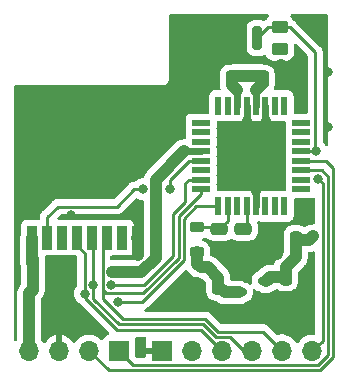
<source format=gbr>
G04 #@! TF.GenerationSoftware,KiCad,Pcbnew,(6.0.11)*
G04 #@! TF.CreationDate,2023-02-14T01:06:36+01:00*
G04 #@! TF.ProjectId,atmega328p-au--e01c-ml01s--bme280--cr2032,61746d65-6761-4333-9238-702d61752d2d,rev?*
G04 #@! TF.SameCoordinates,Original*
G04 #@! TF.FileFunction,Copper,L1,Top*
G04 #@! TF.FilePolarity,Positive*
%FSLAX46Y46*%
G04 Gerber Fmt 4.6, Leading zero omitted, Abs format (unit mm)*
G04 Created by KiCad (PCBNEW (6.0.11)) date 2023-02-14 01:06:36*
%MOMM*%
%LPD*%
G01*
G04 APERTURE LIST*
G04 Aperture macros list*
%AMRoundRect*
0 Rectangle with rounded corners*
0 $1 Rounding radius*
0 $2 $3 $4 $5 $6 $7 $8 $9 X,Y pos of 4 corners*
0 Add a 4 corners polygon primitive as box body*
4,1,4,$2,$3,$4,$5,$6,$7,$8,$9,$2,$3,0*
0 Add four circle primitives for the rounded corners*
1,1,$1+$1,$2,$3*
1,1,$1+$1,$4,$5*
1,1,$1+$1,$6,$7*
1,1,$1+$1,$8,$9*
0 Add four rect primitives between the rounded corners*
20,1,$1+$1,$2,$3,$4,$5,0*
20,1,$1+$1,$4,$5,$6,$7,0*
20,1,$1+$1,$6,$7,$8,$9,0*
20,1,$1+$1,$8,$9,$2,$3,0*%
G04 Aperture macros list end*
G04 #@! TA.AperFunction,NonConductor*
%ADD10C,0.000000*%
G04 #@! TD*
G04 #@! TA.AperFunction,SMDPad,CuDef*
%ADD11RoundRect,0.250000X-0.250000X-0.475000X0.250000X-0.475000X0.250000X0.475000X-0.250000X0.475000X0*%
G04 #@! TD*
G04 #@! TA.AperFunction,SMDPad,CuDef*
%ADD12RoundRect,0.250000X0.250000X0.475000X-0.250000X0.475000X-0.250000X-0.475000X0.250000X-0.475000X0*%
G04 #@! TD*
G04 #@! TA.AperFunction,SMDPad,CuDef*
%ADD13RoundRect,0.150000X0.512500X0.150000X-0.512500X0.150000X-0.512500X-0.150000X0.512500X-0.150000X0*%
G04 #@! TD*
G04 #@! TA.AperFunction,SMDPad,CuDef*
%ADD14RoundRect,0.218750X0.381250X-0.218750X0.381250X0.218750X-0.381250X0.218750X-0.381250X-0.218750X0*%
G04 #@! TD*
G04 #@! TA.AperFunction,SMDPad,CuDef*
%ADD15RoundRect,0.250000X-0.475000X0.250000X-0.475000X-0.250000X0.475000X-0.250000X0.475000X0.250000X0*%
G04 #@! TD*
G04 #@! TA.AperFunction,SMDPad,CuDef*
%ADD16R,0.900000X2.000000*%
G04 #@! TD*
G04 #@! TA.AperFunction,ComponentPad*
%ADD17R,1.700000X1.700000*%
G04 #@! TD*
G04 #@! TA.AperFunction,ComponentPad*
%ADD18O,1.700000X1.700000*%
G04 #@! TD*
G04 #@! TA.AperFunction,SMDPad,CuDef*
%ADD19RoundRect,0.200000X0.200000X0.800000X-0.200000X0.800000X-0.200000X-0.800000X0.200000X-0.800000X0*%
G04 #@! TD*
G04 #@! TA.AperFunction,SMDPad,CuDef*
%ADD20R,0.550000X1.600000*%
G04 #@! TD*
G04 #@! TA.AperFunction,SMDPad,CuDef*
%ADD21R,1.600000X0.550000*%
G04 #@! TD*
G04 #@! TA.AperFunction,SMDPad,CuDef*
%ADD22RoundRect,0.250000X0.450000X-0.262500X0.450000X0.262500X-0.450000X0.262500X-0.450000X-0.262500X0*%
G04 #@! TD*
G04 #@! TA.AperFunction,ViaPad*
%ADD23C,0.800000*%
G04 #@! TD*
G04 #@! TA.AperFunction,ViaPad*
%ADD24C,1.000000*%
G04 #@! TD*
G04 #@! TA.AperFunction,Conductor*
%ADD25C,0.250000*%
G04 #@! TD*
G04 #@! TA.AperFunction,Conductor*
%ADD26C,1.000000*%
G04 #@! TD*
G04 #@! TA.AperFunction,Conductor*
%ADD27C,0.600000*%
G04 #@! TD*
G04 APERTURE END LIST*
D10*
D11*
X111023000Y-85095000D03*
X112923000Y-85095000D03*
D12*
X120523000Y-84295000D03*
X118623000Y-84295000D03*
D13*
X116923000Y-86595000D03*
X116923000Y-84695000D03*
X114648000Y-85645000D03*
D14*
X111123000Y-80132500D03*
X111123000Y-82257500D03*
D15*
X113023000Y-82145000D03*
X113023000Y-80245000D03*
X115023000Y-82145000D03*
X115023000Y-80245000D03*
D12*
X114073000Y-67595000D03*
X112173000Y-67595000D03*
D16*
X106063000Y-80995000D03*
X104793000Y-80995000D03*
X103523000Y-80995000D03*
X102253000Y-80995000D03*
X100983000Y-80995000D03*
X99713000Y-80995000D03*
X98443000Y-80995000D03*
X97173000Y-80995000D03*
D17*
X104523000Y-90595000D03*
D18*
X101983000Y-90595000D03*
X99443000Y-90595000D03*
X96903000Y-90595000D03*
D11*
X119473000Y-81195000D03*
X117573000Y-81195000D03*
D12*
X97217214Y-83215336D03*
X99117214Y-83215336D03*
D19*
X116223000Y-64095000D03*
X112023000Y-64095000D03*
D18*
X120865733Y-90595000D03*
X118325733Y-90595000D03*
X115785733Y-90595000D03*
X113245733Y-90595000D03*
X110705733Y-90595000D03*
D17*
X108165733Y-90595000D03*
D11*
X116673000Y-67595000D03*
X118573000Y-67595000D03*
D20*
X118512733Y-69845000D03*
X117712733Y-69845000D03*
X116912733Y-69845000D03*
X116112733Y-69845000D03*
X115312733Y-69845000D03*
X114512733Y-69845000D03*
X113712733Y-69845000D03*
X112912733Y-69845000D03*
D21*
X111462733Y-71295000D03*
X111462733Y-72095000D03*
X111462733Y-72895000D03*
X111462733Y-73695000D03*
X111462733Y-74495000D03*
X111462733Y-75295000D03*
X111462733Y-76095000D03*
X111462733Y-76895000D03*
D20*
X112912733Y-78345000D03*
X113712733Y-78345000D03*
X114512733Y-78345000D03*
X115312733Y-78345000D03*
X116112733Y-78345000D03*
X116912733Y-78345000D03*
X117712733Y-78345000D03*
X118512733Y-78345000D03*
D21*
X119962733Y-76895000D03*
X119962733Y-76095000D03*
X119962733Y-75295000D03*
X119962733Y-74495000D03*
X119962733Y-73695000D03*
X119962733Y-72895000D03*
X119962733Y-72095000D03*
X119962733Y-71295000D03*
D22*
X118123000Y-65007500D03*
X118123000Y-63182500D03*
D23*
X106523500Y-76895000D03*
X108823500Y-76895000D03*
X121523000Y-62595000D03*
X122223000Y-66995000D03*
X122223000Y-71595000D03*
X96623000Y-79095000D03*
X100423000Y-79095000D03*
X99823000Y-76795000D03*
X98623000Y-76795000D03*
X97323000Y-76795000D03*
X104423000Y-86444500D03*
X101598500Y-85759544D03*
D24*
X97217214Y-85400786D03*
X103947500Y-83895000D03*
D23*
X102323000Y-84995000D03*
X103847500Y-84995000D03*
X121223000Y-73695000D03*
X121362235Y-76019500D03*
D24*
X115323000Y-67295000D03*
X111123000Y-83195000D03*
X112523000Y-62595000D03*
X118223000Y-66395000D03*
X112523000Y-66295000D03*
X113823000Y-83095000D03*
X117923000Y-82395000D03*
X116423000Y-81695000D03*
X120923000Y-80895000D03*
X120523000Y-85495000D03*
X111023000Y-86295000D03*
X116123000Y-76995000D03*
X116923000Y-71195000D03*
X115323000Y-71195000D03*
X106123000Y-82495000D03*
X118123000Y-86595000D03*
X99017214Y-84515336D03*
D25*
X104348000Y-78370000D02*
X99348000Y-78370000D01*
X111462733Y-74495000D02*
X110412733Y-74495000D01*
X110412733Y-74495000D02*
X108823500Y-76084233D01*
X108823500Y-76084233D02*
X108823500Y-76895000D01*
X106523500Y-76895000D02*
X105823000Y-76895000D01*
X105823000Y-76895000D02*
X104348000Y-78370000D01*
X99348000Y-78370000D02*
X98443000Y-79275000D01*
X98443000Y-79275000D02*
X98443000Y-80995000D01*
D26*
X103947500Y-83895000D02*
X106420056Y-83895000D01*
X106420056Y-83895000D02*
X107623000Y-82692056D01*
X107623000Y-82692056D02*
X107623000Y-76095000D01*
X107623000Y-76095000D02*
X110023000Y-73695000D01*
D25*
X104423000Y-86444500D02*
X106473500Y-86444500D01*
X106473500Y-86444500D02*
X110023000Y-82895000D01*
X110023000Y-79395000D02*
X111073000Y-78345000D01*
X110023000Y-82895000D02*
X110023000Y-79395000D01*
X111073000Y-78345000D02*
X112912733Y-78345000D01*
X111462733Y-76895000D02*
X111462733Y-77318871D01*
X106561604Y-85720000D02*
X103448000Y-85720000D01*
X111462733Y-77318871D02*
X109573000Y-79208604D01*
X103122500Y-81395500D02*
X103523000Y-80995000D01*
X109573000Y-79208604D02*
X109573000Y-82708604D01*
X103448000Y-85720000D02*
X103122500Y-85394500D01*
X109573000Y-82708604D02*
X106561604Y-85720000D01*
X103122500Y-85394500D02*
X103122500Y-81395500D01*
X106650208Y-84995000D02*
X109123000Y-82522208D01*
X110412733Y-76095000D02*
X111462733Y-76095000D01*
X103847500Y-84995000D02*
X106650208Y-84995000D01*
X109123000Y-82522208D02*
X109123000Y-79022208D01*
X110136604Y-78008604D02*
X110136604Y-76371129D01*
X109123000Y-79022208D02*
X110136604Y-78008604D01*
X110136604Y-76371129D02*
X110412733Y-76095000D01*
X113245733Y-90595000D02*
X111445733Y-88795000D01*
X111445733Y-88795000D02*
X104311202Y-88795000D01*
X104311202Y-88795000D02*
X101598000Y-86081798D01*
X101598000Y-86081798D02*
X101598000Y-82295000D01*
X100983000Y-81680000D02*
X100983000Y-80995000D01*
X101598000Y-82295000D02*
X100983000Y-81680000D01*
X118325733Y-90595000D02*
X116700733Y-88970000D01*
X116700733Y-88970000D02*
X112893525Y-88970000D01*
X112893525Y-88970000D02*
X111818525Y-87895000D01*
X111818525Y-87895000D02*
X104822195Y-87895000D01*
X104822195Y-87895000D02*
X103123000Y-86195805D01*
X103123000Y-86195805D02*
X103123000Y-84095000D01*
X115785733Y-90595000D02*
X115123000Y-90595000D01*
X111632129Y-88345000D02*
X104497598Y-88345000D01*
X115123000Y-90595000D02*
X113948000Y-89420000D01*
X113948000Y-89420000D02*
X112707129Y-89420000D01*
X104497598Y-88345000D02*
X102323000Y-86170402D01*
X112707129Y-89420000D02*
X111632129Y-88345000D01*
X102323000Y-86170402D02*
X102323000Y-84995000D01*
X104523000Y-90595000D02*
X105723000Y-91795000D01*
X105723000Y-91795000D02*
X121327434Y-91795000D01*
X121327434Y-91795000D02*
X122198000Y-90924434D01*
X122198000Y-90924434D02*
X122198000Y-75829960D01*
X122198000Y-75829960D02*
X121663040Y-75295000D01*
X121663040Y-75295000D02*
X119962733Y-75295000D01*
X121362235Y-76019500D02*
X121748000Y-76405265D01*
X121748000Y-89712733D02*
X120865733Y-90595000D01*
X121748000Y-76405265D02*
X121748000Y-89712733D01*
X118123000Y-63182500D02*
X119010500Y-63182500D01*
X119010500Y-63182500D02*
X121123000Y-65295000D01*
X121123000Y-65295000D02*
X121123000Y-73595000D01*
X121123000Y-73595000D02*
X121023000Y-73695000D01*
X121223000Y-73695000D02*
X121023000Y-73695000D01*
X102323000Y-84995000D02*
X102323000Y-82695000D01*
D26*
X106123000Y-81055000D02*
X106063000Y-80995000D01*
X106123000Y-82495000D02*
X106123000Y-81055000D01*
D25*
X102323000Y-82995000D02*
X102323000Y-82695000D01*
X102323000Y-82695000D02*
X102323000Y-81065000D01*
X102323000Y-81065000D02*
X102253000Y-80995000D01*
X101983000Y-90595000D02*
X103633000Y-92245000D01*
X103633000Y-92245000D02*
X121513830Y-92245000D01*
X121513830Y-92245000D02*
X122648000Y-91110830D01*
X122648000Y-91110830D02*
X122648000Y-75120000D01*
X122648000Y-75120000D02*
X122023000Y-74495000D01*
X122023000Y-74495000D02*
X119962733Y-74495000D01*
X118325733Y-89797733D02*
X118325733Y-90595000D01*
D26*
X116673000Y-67595000D02*
X116373000Y-67295000D01*
X116373000Y-67295000D02*
X115323000Y-67295000D01*
X115323000Y-67295000D02*
X114373000Y-67295000D01*
X114373000Y-67295000D02*
X114073000Y-67595000D01*
D27*
X116112733Y-69845000D02*
X116112733Y-68505267D01*
X116112733Y-68505267D02*
X116123000Y-68495000D01*
X114512733Y-69845000D02*
X114512733Y-68505267D01*
X114512733Y-68505267D02*
X114523000Y-68495000D01*
D26*
X116673000Y-67945000D02*
X116123000Y-68495000D01*
X116673000Y-67595000D02*
X116673000Y-67945000D01*
X114073000Y-68045000D02*
X114523000Y-68495000D01*
X114073000Y-67595000D02*
X114073000Y-68045000D01*
D25*
X121023000Y-73695000D02*
X119962733Y-73695000D01*
X116223000Y-64095000D02*
X117135500Y-63182500D01*
X117135500Y-63182500D02*
X118123000Y-63182500D01*
D26*
X112023000Y-63095000D02*
X112523000Y-62595000D01*
X112023000Y-64095000D02*
X112023000Y-63095000D01*
X118573000Y-66745000D02*
X118223000Y-66395000D01*
X118573000Y-67595000D02*
X118573000Y-66745000D01*
X112173000Y-66645000D02*
X112523000Y-66295000D01*
X112173000Y-67595000D02*
X112173000Y-66645000D01*
D27*
X111462733Y-73695000D02*
X110023000Y-73695000D01*
D26*
X97217214Y-83215336D02*
X97217214Y-85400786D01*
X97217214Y-85400786D02*
X96903000Y-85715000D01*
X96903000Y-85715000D02*
X96903000Y-90595000D01*
X113023000Y-82145000D02*
X115023000Y-82145000D01*
X113023000Y-82295000D02*
X113823000Y-83095000D01*
X113023000Y-82145000D02*
X113023000Y-82295000D01*
X117573000Y-82045000D02*
X117923000Y-82395000D01*
X117573000Y-81195000D02*
X117573000Y-82045000D01*
X115973000Y-82145000D02*
X116423000Y-81695000D01*
X115023000Y-82145000D02*
X115973000Y-82145000D01*
D25*
X115312733Y-78345000D02*
X115312733Y-79955267D01*
X115312733Y-79955267D02*
X115023000Y-80245000D01*
X113712733Y-78345000D02*
X113712733Y-79555267D01*
X113712733Y-79555267D02*
X113023000Y-80245000D01*
X111123000Y-80132500D02*
X112910500Y-80132500D01*
X112910500Y-80132500D02*
X113023000Y-80245000D01*
D26*
X112923000Y-85095000D02*
X112923000Y-84395000D01*
X112923000Y-84395000D02*
X112023000Y-83495000D01*
X112023000Y-83495000D02*
X111423000Y-83495000D01*
X111423000Y-83495000D02*
X111123000Y-83195000D01*
X111123000Y-83195000D02*
X111123000Y-82257500D01*
X119473000Y-81195000D02*
X119473000Y-82645000D01*
X119473000Y-82645000D02*
X118623000Y-83495000D01*
X118623000Y-83495000D02*
X118623000Y-84295000D01*
X120623000Y-81195000D02*
X120923000Y-80895000D01*
X119473000Y-81195000D02*
X120623000Y-81195000D01*
X120523000Y-84295000D02*
X120523000Y-85495000D01*
X111023000Y-85095000D02*
X111023000Y-86295000D01*
D27*
X116112733Y-77005267D02*
X116123000Y-76995000D01*
X116112733Y-78345000D02*
X116112733Y-77005267D01*
X116912733Y-71184733D02*
X116923000Y-71195000D01*
X116912733Y-69845000D02*
X116912733Y-71184733D01*
X115312733Y-71184733D02*
X115323000Y-71195000D01*
X115312733Y-69845000D02*
X115312733Y-71184733D01*
D26*
X116923000Y-86595000D02*
X118123000Y-86595000D01*
X114648000Y-85645000D02*
X113473000Y-85645000D01*
X113473000Y-85645000D02*
X112923000Y-85095000D01*
X118623000Y-84295000D02*
X117323000Y-84295000D01*
X117323000Y-84295000D02*
X116923000Y-84695000D01*
X99117214Y-84415336D02*
X99017214Y-84515336D01*
X99117214Y-83215336D02*
X99117214Y-84415336D01*
X97173000Y-80995000D02*
X97173000Y-83171122D01*
X97173000Y-83171122D02*
X97217214Y-83215336D01*
G04 #@! TA.AperFunction,Conductor*
G36*
X106778139Y-89448502D02*
G01*
X106824632Y-89502158D01*
X106834736Y-89572432D01*
X106828000Y-89598728D01*
X106817256Y-89627388D01*
X106813628Y-89642649D01*
X106808102Y-89693514D01*
X106807733Y-89700328D01*
X106807733Y-90322885D01*
X106812208Y-90338124D01*
X106813598Y-90339329D01*
X106821281Y-90341000D01*
X108293733Y-90341000D01*
X108361854Y-90361002D01*
X108408347Y-90414658D01*
X108419733Y-90467000D01*
X108419733Y-90723000D01*
X108399731Y-90791121D01*
X108346075Y-90837614D01*
X108293733Y-90849000D01*
X106825849Y-90849000D01*
X106810610Y-90853475D01*
X106809405Y-90854865D01*
X106807734Y-90862548D01*
X106807734Y-91035500D01*
X106787732Y-91103621D01*
X106734076Y-91150114D01*
X106681734Y-91161500D01*
X106037595Y-91161500D01*
X105969474Y-91141498D01*
X105948500Y-91124595D01*
X105918405Y-91094500D01*
X105884379Y-91032188D01*
X105881500Y-91005405D01*
X105881500Y-89696866D01*
X105874745Y-89634684D01*
X105861266Y-89598728D01*
X105856083Y-89527924D01*
X105890003Y-89465554D01*
X105952258Y-89431425D01*
X105979248Y-89428500D01*
X106710018Y-89428500D01*
X106778139Y-89448502D01*
G37*
G04 #@! TD.AperFunction*
G04 #@! TA.AperFunction,Conductor*
G36*
X100392224Y-82485326D02*
G01*
X100422684Y-82496745D01*
X100484866Y-82503500D01*
X100838500Y-82503500D01*
X100906621Y-82523502D01*
X100953114Y-82577158D01*
X100964500Y-82629500D01*
X100964500Y-85057575D01*
X100944498Y-85125696D01*
X100932136Y-85141885D01*
X100859460Y-85222600D01*
X100803107Y-85320206D01*
X100776372Y-85366513D01*
X100763973Y-85387988D01*
X100704958Y-85569616D01*
X100704268Y-85576177D01*
X100704268Y-85576179D01*
X100692818Y-85685122D01*
X100684996Y-85759544D01*
X100685686Y-85766109D01*
X100695453Y-85859033D01*
X100704958Y-85949472D01*
X100763973Y-86131100D01*
X100859460Y-86296488D01*
X100863878Y-86301395D01*
X100863879Y-86301396D01*
X100943301Y-86389603D01*
X100987247Y-86438410D01*
X101086343Y-86510408D01*
X101115099Y-86531300D01*
X101141748Y-86550662D01*
X101147781Y-86553348D01*
X101147786Y-86553351D01*
X101173073Y-86564610D01*
X101210919Y-86590621D01*
X103648114Y-89027817D01*
X103682140Y-89090129D01*
X103677075Y-89160945D01*
X103634528Y-89217780D01*
X103578090Y-89240021D01*
X103578222Y-89240575D01*
X103574347Y-89241496D01*
X103572625Y-89242175D01*
X103570541Y-89242401D01*
X103570537Y-89242402D01*
X103562684Y-89243255D01*
X103426295Y-89294385D01*
X103309739Y-89381739D01*
X103222385Y-89498295D01*
X103219233Y-89506703D01*
X103177919Y-89616907D01*
X103135277Y-89673671D01*
X103068716Y-89698371D01*
X102999367Y-89683163D01*
X102966743Y-89657476D01*
X102916151Y-89601875D01*
X102916142Y-89601866D01*
X102912670Y-89598051D01*
X102908619Y-89594852D01*
X102908615Y-89594848D01*
X102741414Y-89462800D01*
X102741410Y-89462798D01*
X102737359Y-89459598D01*
X102701028Y-89439542D01*
X102681025Y-89428500D01*
X102541789Y-89351638D01*
X102536920Y-89349914D01*
X102536916Y-89349912D01*
X102336087Y-89278795D01*
X102336083Y-89278794D01*
X102331212Y-89277069D01*
X102326119Y-89276162D01*
X102326116Y-89276161D01*
X102116373Y-89238800D01*
X102116367Y-89238799D01*
X102111284Y-89237894D01*
X102037452Y-89236992D01*
X101893081Y-89235228D01*
X101893079Y-89235228D01*
X101887911Y-89235165D01*
X101667091Y-89268955D01*
X101454756Y-89338357D01*
X101256607Y-89441507D01*
X101252474Y-89444610D01*
X101252471Y-89444612D01*
X101141510Y-89527924D01*
X101077965Y-89575635D01*
X101052541Y-89602240D01*
X100939594Y-89720432D01*
X100923629Y-89737138D01*
X100920720Y-89741403D01*
X100920714Y-89741411D01*
X100903004Y-89767373D01*
X100816204Y-89894618D01*
X100815898Y-89895066D01*
X100760987Y-89940069D01*
X100690462Y-89948240D01*
X100626715Y-89916986D01*
X100606018Y-89892502D01*
X100525426Y-89767926D01*
X100519136Y-89759757D01*
X100375806Y-89602240D01*
X100368273Y-89595215D01*
X100201139Y-89463222D01*
X100192552Y-89457517D01*
X100006117Y-89354599D01*
X99996705Y-89350369D01*
X99795959Y-89279280D01*
X99785988Y-89276646D01*
X99714837Y-89263972D01*
X99701540Y-89265432D01*
X99697000Y-89279989D01*
X99697000Y-90723000D01*
X99676998Y-90791121D01*
X99623342Y-90837614D01*
X99571000Y-90849000D01*
X99315000Y-90849000D01*
X99246879Y-90828998D01*
X99200386Y-90775342D01*
X99189000Y-90723000D01*
X99189000Y-89278102D01*
X99185082Y-89264758D01*
X99170806Y-89262771D01*
X99132324Y-89268660D01*
X99122288Y-89271051D01*
X98919868Y-89337212D01*
X98910359Y-89341209D01*
X98721463Y-89439542D01*
X98712738Y-89445036D01*
X98542433Y-89572905D01*
X98534726Y-89579748D01*
X98387590Y-89733717D01*
X98381109Y-89741722D01*
X98276498Y-89895074D01*
X98221587Y-89940076D01*
X98151062Y-89948247D01*
X98087315Y-89916993D01*
X98066618Y-89892509D01*
X98057568Y-89878520D01*
X97983014Y-89763277D01*
X97979532Y-89759450D01*
X97944306Y-89720737D01*
X97913254Y-89656891D01*
X97911500Y-89635938D01*
X97911500Y-86188243D01*
X97931502Y-86120122D01*
X97940978Y-86107253D01*
X97958504Y-86086366D01*
X97961687Y-86082717D01*
X97963340Y-86080894D01*
X97965523Y-86078711D01*
X97987773Y-86051624D01*
X97989691Y-86049345D01*
X98045292Y-85984931D01*
X98048251Y-85979722D01*
X98048408Y-85979493D01*
X98049407Y-85978055D01*
X98049506Y-85977914D01*
X98053368Y-85973312D01*
X98055936Y-85968642D01*
X98059317Y-85964525D01*
X98099494Y-85889594D01*
X98100979Y-85886905D01*
X98117281Y-85858208D01*
X98142983Y-85812965D01*
X98144882Y-85807256D01*
X98144934Y-85807134D01*
X98145637Y-85805525D01*
X98145758Y-85805254D01*
X98148647Y-85799999D01*
X98150258Y-85794921D01*
X98152777Y-85790223D01*
X98154577Y-85784336D01*
X98154579Y-85784331D01*
X98177635Y-85708919D01*
X98178570Y-85705988D01*
X98203469Y-85631138D01*
X98203470Y-85631135D01*
X98205411Y-85625299D01*
X98206165Y-85619337D01*
X98206204Y-85619152D01*
X98206580Y-85617443D01*
X98206636Y-85617198D01*
X98208449Y-85611480D01*
X98209042Y-85606189D01*
X98210602Y-85601088D01*
X98214437Y-85563338D01*
X98219197Y-85516466D01*
X98219546Y-85513406D01*
X98223624Y-85481127D01*
X98230199Y-85429081D01*
X98230395Y-85415051D01*
X98230486Y-85408564D01*
X98230486Y-85408562D01*
X98230538Y-85404818D01*
X98230588Y-85404323D01*
X98230550Y-85403923D01*
X98230594Y-85400786D01*
X98226315Y-85357146D01*
X98225714Y-85344850D01*
X98225714Y-83277179D01*
X98226451Y-83263572D01*
X98229873Y-83232074D01*
X98229873Y-83232069D01*
X98230538Y-83225948D01*
X98226193Y-83176283D01*
X98225714Y-83165302D01*
X98225714Y-82689936D01*
X98225378Y-82686693D01*
X98225377Y-82686683D01*
X98220793Y-82642503D01*
X98233658Y-82572681D01*
X98282230Y-82520900D01*
X98346120Y-82503500D01*
X98941134Y-82503500D01*
X99003316Y-82496745D01*
X99033771Y-82485328D01*
X99104577Y-82480145D01*
X99122224Y-82485326D01*
X99152684Y-82496745D01*
X99214866Y-82503500D01*
X100211134Y-82503500D01*
X100273316Y-82496745D01*
X100303771Y-82485328D01*
X100374577Y-82480145D01*
X100392224Y-82485326D01*
G37*
G04 #@! TD.AperFunction*
G04 #@! TA.AperFunction,Conductor*
G36*
X121024343Y-82149474D02*
G01*
X121083959Y-82188027D01*
X121113268Y-82252692D01*
X121114500Y-82270268D01*
X121114500Y-89111817D01*
X121094498Y-89179938D01*
X121040842Y-89226431D01*
X120986962Y-89237808D01*
X120865382Y-89236322D01*
X120775813Y-89235228D01*
X120775811Y-89235228D01*
X120770644Y-89235165D01*
X120549824Y-89268955D01*
X120337489Y-89338357D01*
X120139340Y-89441507D01*
X120135207Y-89444610D01*
X120135204Y-89444612D01*
X120024243Y-89527924D01*
X119960698Y-89575635D01*
X119935274Y-89602240D01*
X119822327Y-89720432D01*
X119806362Y-89737138D01*
X119698934Y-89894621D01*
X119644026Y-89939621D01*
X119573501Y-89947792D01*
X119509754Y-89916538D01*
X119489057Y-89892054D01*
X119408555Y-89767617D01*
X119408553Y-89767614D01*
X119405747Y-89763277D01*
X119255403Y-89598051D01*
X119251352Y-89594852D01*
X119251348Y-89594848D01*
X119084147Y-89462800D01*
X119084143Y-89462798D01*
X119080092Y-89459598D01*
X119043761Y-89439542D01*
X119019596Y-89426202D01*
X118884522Y-89351638D01*
X118723420Y-89294590D01*
X118685162Y-89272900D01*
X118673985Y-89263653D01*
X118673984Y-89263653D01*
X118667877Y-89258600D01*
X118641828Y-89246342D01*
X118594809Y-89224217D01*
X118523051Y-89190450D01*
X118365827Y-89160458D01*
X118277333Y-89166025D01*
X118213995Y-89170010D01*
X118213993Y-89170010D01*
X118206083Y-89170508D01*
X118198547Y-89172957D01*
X118198545Y-89172957D01*
X118149278Y-89188965D01*
X118053858Y-89219969D01*
X118047170Y-89224213D01*
X118047162Y-89224217D01*
X118012299Y-89246342D01*
X117944065Y-89265955D01*
X117876060Y-89245564D01*
X117855690Y-89229052D01*
X117204385Y-88577747D01*
X117196845Y-88569461D01*
X117192733Y-88562982D01*
X117143081Y-88516356D01*
X117140240Y-88513602D01*
X117120503Y-88493865D01*
X117117306Y-88491385D01*
X117108284Y-88483680D01*
X117081833Y-88458841D01*
X117076054Y-88453414D01*
X117069108Y-88449595D01*
X117069105Y-88449593D01*
X117058299Y-88443652D01*
X117041780Y-88432801D01*
X117041316Y-88432441D01*
X117025774Y-88420386D01*
X117018505Y-88417241D01*
X117018501Y-88417238D01*
X116985196Y-88402826D01*
X116974546Y-88397609D01*
X116935793Y-88376305D01*
X116916170Y-88371267D01*
X116897467Y-88364863D01*
X116886153Y-88359967D01*
X116886152Y-88359967D01*
X116878878Y-88356819D01*
X116871055Y-88355580D01*
X116871045Y-88355577D01*
X116835209Y-88349901D01*
X116823589Y-88347495D01*
X116788444Y-88338472D01*
X116788443Y-88338472D01*
X116780763Y-88336500D01*
X116760509Y-88336500D01*
X116740798Y-88334949D01*
X116728619Y-88333020D01*
X116720790Y-88331780D01*
X116712898Y-88332526D01*
X116676772Y-88335941D01*
X116664914Y-88336500D01*
X113208120Y-88336500D01*
X113139999Y-88316498D01*
X113119024Y-88299595D01*
X112322172Y-87502742D01*
X112314638Y-87494463D01*
X112310525Y-87487982D01*
X112260873Y-87441356D01*
X112258032Y-87438602D01*
X112238295Y-87418865D01*
X112235098Y-87416385D01*
X112226076Y-87408680D01*
X112199625Y-87383841D01*
X112193846Y-87378414D01*
X112186900Y-87374595D01*
X112186897Y-87374593D01*
X112176091Y-87368652D01*
X112159572Y-87357801D01*
X112159108Y-87357441D01*
X112143566Y-87345386D01*
X112136297Y-87342241D01*
X112136293Y-87342238D01*
X112102988Y-87327826D01*
X112092338Y-87322609D01*
X112053585Y-87301305D01*
X112033962Y-87296267D01*
X112015259Y-87289863D01*
X112003945Y-87284967D01*
X112003944Y-87284967D01*
X111996670Y-87281819D01*
X111988847Y-87280580D01*
X111988837Y-87280577D01*
X111953001Y-87274901D01*
X111941381Y-87272495D01*
X111906236Y-87263472D01*
X111906235Y-87263472D01*
X111898555Y-87261500D01*
X111878301Y-87261500D01*
X111858590Y-87259949D01*
X111846411Y-87258020D01*
X111838582Y-87256780D01*
X111830690Y-87257526D01*
X111794564Y-87260941D01*
X111782706Y-87261500D01*
X106797102Y-87261500D01*
X106728981Y-87241498D01*
X106682488Y-87187842D01*
X106672384Y-87117568D01*
X106701878Y-87052988D01*
X106732961Y-87027048D01*
X106744528Y-87020207D01*
X106762276Y-87011512D01*
X106781117Y-87004052D01*
X106816887Y-86978064D01*
X106826807Y-86971548D01*
X106858035Y-86953080D01*
X106858038Y-86953078D01*
X106864862Y-86949042D01*
X106879183Y-86934721D01*
X106894217Y-86921880D01*
X106904194Y-86914631D01*
X106910607Y-86909972D01*
X106938798Y-86875895D01*
X106946788Y-86867116D01*
X110082342Y-83731563D01*
X110144654Y-83697537D01*
X110215470Y-83702602D01*
X110271019Y-83744186D01*
X110271234Y-83744016D01*
X110271451Y-83744290D01*
X110271792Y-83744765D01*
X110271882Y-83744832D01*
X110272290Y-83745347D01*
X110273108Y-83746926D01*
X110276431Y-83751089D01*
X110278934Y-83755796D01*
X110282828Y-83760571D01*
X110282829Y-83760572D01*
X110336439Y-83826304D01*
X110337531Y-83827663D01*
X110394035Y-83898953D01*
X110398613Y-83902849D01*
X110398743Y-83902980D01*
X110399983Y-83904246D01*
X110400139Y-83904407D01*
X110403935Y-83909062D01*
X110424002Y-83925663D01*
X110439258Y-83938284D01*
X110448037Y-83946272D01*
X110666150Y-84164384D01*
X110675252Y-84174527D01*
X110698968Y-84204025D01*
X110703696Y-84207992D01*
X110737421Y-84236291D01*
X110741069Y-84239472D01*
X110742881Y-84241115D01*
X110745075Y-84243309D01*
X110778349Y-84270642D01*
X110779147Y-84271304D01*
X110850474Y-84331154D01*
X110855144Y-84333722D01*
X110859261Y-84337103D01*
X110893775Y-84355609D01*
X110941086Y-84380977D01*
X110942245Y-84381606D01*
X111018381Y-84423462D01*
X111018389Y-84423465D01*
X111023787Y-84426433D01*
X111028869Y-84428045D01*
X111033563Y-84430562D01*
X111122531Y-84457762D01*
X111123559Y-84458082D01*
X111212306Y-84486235D01*
X111217602Y-84486829D01*
X111222698Y-84488387D01*
X111315257Y-84497790D01*
X111316393Y-84497911D01*
X111350008Y-84501681D01*
X111362730Y-84503108D01*
X111362734Y-84503108D01*
X111366227Y-84503500D01*
X111369754Y-84503500D01*
X111370739Y-84503555D01*
X111376419Y-84504002D01*
X111405825Y-84506989D01*
X111413337Y-84507752D01*
X111413339Y-84507752D01*
X111419462Y-84508374D01*
X111465108Y-84504059D01*
X111476967Y-84503500D01*
X111553074Y-84503500D01*
X111621195Y-84523502D01*
X111642169Y-84540404D01*
X111877595Y-84775829D01*
X111911620Y-84838142D01*
X111914500Y-84864925D01*
X111914500Y-85033157D01*
X111913763Y-85046764D01*
X111911109Y-85071200D01*
X111909676Y-85084388D01*
X111910213Y-85090523D01*
X111914021Y-85134053D01*
X111914500Y-85145034D01*
X111914500Y-85620400D01*
X111914837Y-85623646D01*
X111914837Y-85623650D01*
X111923623Y-85708324D01*
X111925474Y-85726166D01*
X111927655Y-85732702D01*
X111927655Y-85732704D01*
X111956220Y-85818324D01*
X111981450Y-85893946D01*
X112074522Y-86044348D01*
X112199697Y-86169305D01*
X112205927Y-86173145D01*
X112205928Y-86173146D01*
X112252425Y-86201807D01*
X112350262Y-86262115D01*
X112430005Y-86288564D01*
X112511611Y-86315632D01*
X112511613Y-86315632D01*
X112518139Y-86317797D01*
X112524975Y-86318497D01*
X112524978Y-86318498D01*
X112568031Y-86322909D01*
X112622600Y-86328500D01*
X112672689Y-86328500D01*
X112740810Y-86348502D01*
X112753672Y-86357972D01*
X112787446Y-86386312D01*
X112791062Y-86389467D01*
X112792888Y-86391123D01*
X112795074Y-86393309D01*
X112797454Y-86395264D01*
X112797464Y-86395273D01*
X112828268Y-86420576D01*
X112829283Y-86421418D01*
X112900474Y-86481154D01*
X112905148Y-86483723D01*
X112909261Y-86487102D01*
X112914698Y-86490017D01*
X112914699Y-86490018D01*
X112991047Y-86530955D01*
X112992177Y-86531568D01*
X113073787Y-86576433D01*
X113078869Y-86578045D01*
X113083563Y-86580562D01*
X113172531Y-86607762D01*
X113173559Y-86608082D01*
X113262306Y-86636235D01*
X113267602Y-86636829D01*
X113272698Y-86638387D01*
X113365222Y-86647785D01*
X113366342Y-86647905D01*
X113399664Y-86651642D01*
X113412730Y-86653108D01*
X113412734Y-86653108D01*
X113416227Y-86653500D01*
X113419754Y-86653500D01*
X113420757Y-86653556D01*
X113426441Y-86654003D01*
X113451857Y-86656585D01*
X113463336Y-86657751D01*
X113463338Y-86657751D01*
X113469462Y-86658373D01*
X113515101Y-86654059D01*
X113526957Y-86653500D01*
X114697769Y-86653500D01*
X114700825Y-86653200D01*
X114700832Y-86653200D01*
X114759340Y-86647463D01*
X114844833Y-86639080D01*
X114850734Y-86637298D01*
X114850736Y-86637298D01*
X114948036Y-86607921D01*
X115034169Y-86581916D01*
X115208796Y-86489066D01*
X115231535Y-86470521D01*
X115276015Y-86447168D01*
X115424101Y-86404145D01*
X115502165Y-86357978D01*
X115560480Y-86323491D01*
X115560483Y-86323489D01*
X115567307Y-86319453D01*
X115684953Y-86201807D01*
X115688989Y-86194983D01*
X115688991Y-86194980D01*
X115765608Y-86065427D01*
X115769645Y-86058601D01*
X115816062Y-85898831D01*
X115816994Y-85886998D01*
X115818807Y-85863958D01*
X115818807Y-85863950D01*
X115819000Y-85861502D01*
X115819000Y-85481127D01*
X115839002Y-85413006D01*
X115892658Y-85366513D01*
X115962932Y-85356409D01*
X116009136Y-85372672D01*
X116146899Y-85454145D01*
X116239773Y-85481127D01*
X116293087Y-85496616D01*
X116338590Y-85520810D01*
X116353396Y-85533146D01*
X116527041Y-85627822D01*
X116612905Y-85654730D01*
X116709886Y-85685122D01*
X116709889Y-85685123D01*
X116715768Y-85686965D01*
X116721891Y-85687630D01*
X116721895Y-85687631D01*
X116906263Y-85707659D01*
X116906267Y-85707659D01*
X116912388Y-85708324D01*
X117109413Y-85691087D01*
X117115330Y-85689368D01*
X117115335Y-85689367D01*
X117246064Y-85651386D01*
X117299336Y-85635909D01*
X117414567Y-85576179D01*
X117469457Y-85547727D01*
X117469458Y-85547726D01*
X117474926Y-85544892D01*
X117505885Y-85520178D01*
X117549338Y-85497655D01*
X117691488Y-85456357D01*
X117691490Y-85456356D01*
X117699101Y-85454145D01*
X117806230Y-85390789D01*
X117875046Y-85373329D01*
X117936485Y-85391982D01*
X118044032Y-85458275D01*
X118050262Y-85462115D01*
X118107582Y-85481127D01*
X118211611Y-85515632D01*
X118211613Y-85515632D01*
X118218139Y-85517797D01*
X118224975Y-85518497D01*
X118224978Y-85518498D01*
X118268031Y-85522909D01*
X118322600Y-85528500D01*
X118923400Y-85528500D01*
X118926646Y-85528163D01*
X118926650Y-85528163D01*
X119022308Y-85518238D01*
X119022312Y-85518237D01*
X119029166Y-85517526D01*
X119035702Y-85515345D01*
X119035704Y-85515345D01*
X119167806Y-85471272D01*
X119196946Y-85461550D01*
X119347348Y-85368478D01*
X119388908Y-85326846D01*
X119467134Y-85248483D01*
X119472305Y-85243303D01*
X119476146Y-85237072D01*
X119561275Y-85098968D01*
X119561276Y-85098966D01*
X119565115Y-85092738D01*
X119620797Y-84924861D01*
X119631500Y-84820400D01*
X119631500Y-84354873D01*
X119632190Y-84341703D01*
X119635711Y-84308204D01*
X119635711Y-84308202D01*
X119636355Y-84302075D01*
X119632019Y-84254430D01*
X119631500Y-84243010D01*
X119631500Y-83964925D01*
X119651502Y-83896804D01*
X119668405Y-83875830D01*
X120142384Y-83401851D01*
X120152527Y-83392749D01*
X120177218Y-83372897D01*
X120182025Y-83369032D01*
X120214315Y-83330550D01*
X120217467Y-83326938D01*
X120219123Y-83325112D01*
X120221310Y-83322925D01*
X120237921Y-83302703D01*
X120248576Y-83289732D01*
X120249418Y-83288717D01*
X120251026Y-83286801D01*
X120309154Y-83217526D01*
X120311723Y-83212853D01*
X120315103Y-83208738D01*
X120332506Y-83176283D01*
X120359028Y-83126820D01*
X120359657Y-83125662D01*
X120401465Y-83049612D01*
X120401465Y-83049611D01*
X120404433Y-83044213D01*
X120406044Y-83039135D01*
X120408563Y-83034437D01*
X120435753Y-82945502D01*
X120436136Y-82944272D01*
X120439863Y-82932525D01*
X120464235Y-82855694D01*
X120464828Y-82850403D01*
X120466388Y-82845302D01*
X120475795Y-82752689D01*
X120475915Y-82751569D01*
X120481500Y-82701773D01*
X120481500Y-82698244D01*
X120481555Y-82697261D01*
X120482004Y-82691556D01*
X120485752Y-82654664D01*
X120485752Y-82654661D01*
X120486374Y-82648537D01*
X120482059Y-82602888D01*
X120481500Y-82591031D01*
X120481500Y-82333678D01*
X120501502Y-82265557D01*
X120555158Y-82219064D01*
X120608040Y-82207852D01*
X120612388Y-82208324D01*
X120618526Y-82207787D01*
X120662388Y-82203950D01*
X120667214Y-82203621D01*
X120669686Y-82203500D01*
X120672769Y-82203500D01*
X120684738Y-82202326D01*
X120715506Y-82199310D01*
X120716819Y-82199188D01*
X120761084Y-82195315D01*
X120809413Y-82191087D01*
X120814532Y-82189600D01*
X120819833Y-82189080D01*
X120908829Y-82162211D01*
X120909968Y-82161874D01*
X120953347Y-82149271D01*
X121024343Y-82149474D01*
G37*
G04 #@! TD.AperFunction*
G04 #@! TA.AperFunction,Conductor*
G36*
X117181390Y-62123502D02*
G01*
X117227883Y-62177158D01*
X117237987Y-62247432D01*
X117208493Y-62312012D01*
X117198606Y-62321476D01*
X117198652Y-62321522D01*
X117073695Y-62446697D01*
X117069857Y-62452924D01*
X117069855Y-62452926D01*
X117031297Y-62515478D01*
X116978525Y-62562971D01*
X116970434Y-62566508D01*
X116946952Y-62575805D01*
X116935591Y-62580303D01*
X116924365Y-62584146D01*
X116881907Y-62596482D01*
X116875081Y-62600519D01*
X116864472Y-62606793D01*
X116846724Y-62615488D01*
X116827883Y-62622948D01*
X116821465Y-62627611D01*
X116814521Y-62631428D01*
X116813323Y-62629249D01*
X116758016Y-62648978D01*
X116713154Y-62643417D01*
X116691944Y-62636770D01*
X116553062Y-62593247D01*
X116479635Y-62586500D01*
X116476737Y-62586500D01*
X116222335Y-62586501D01*
X115966366Y-62586501D01*
X115963508Y-62586764D01*
X115963499Y-62586764D01*
X115927996Y-62590026D01*
X115892938Y-62593247D01*
X115886560Y-62595246D01*
X115886559Y-62595246D01*
X115736550Y-62642256D01*
X115736548Y-62642257D01*
X115729301Y-62644528D01*
X115582619Y-62733361D01*
X115461361Y-62854619D01*
X115372528Y-63001301D01*
X115321247Y-63164938D01*
X115314500Y-63238365D01*
X115314501Y-64951634D01*
X115321247Y-65025062D01*
X115323246Y-65031440D01*
X115323246Y-65031441D01*
X115362377Y-65156306D01*
X115372528Y-65188699D01*
X115461361Y-65335381D01*
X115582619Y-65456639D01*
X115729301Y-65545472D01*
X115736548Y-65547743D01*
X115736550Y-65547744D01*
X115802836Y-65568517D01*
X115892938Y-65596753D01*
X115966365Y-65603500D01*
X115969263Y-65603500D01*
X116223665Y-65603499D01*
X116479634Y-65603499D01*
X116482492Y-65603236D01*
X116482501Y-65603236D01*
X116518004Y-65599974D01*
X116553062Y-65596753D01*
X116597551Y-65582811D01*
X116709450Y-65547744D01*
X116709452Y-65547743D01*
X116716699Y-65545472D01*
X116788608Y-65501923D01*
X116857236Y-65483744D01*
X116924800Y-65505554D01*
X116969846Y-65560430D01*
X116973401Y-65569821D01*
X116981450Y-65593946D01*
X117074522Y-65744348D01*
X117199697Y-65869305D01*
X117205927Y-65873145D01*
X117205928Y-65873146D01*
X117343090Y-65957694D01*
X117350262Y-65962115D01*
X117430005Y-65988564D01*
X117511611Y-66015632D01*
X117511613Y-66015632D01*
X117518139Y-66017797D01*
X117524975Y-66018497D01*
X117524978Y-66018498D01*
X117568031Y-66022909D01*
X117622600Y-66028500D01*
X118623400Y-66028500D01*
X118626646Y-66028163D01*
X118626650Y-66028163D01*
X118722308Y-66018238D01*
X118722312Y-66018237D01*
X118729166Y-66017526D01*
X118735702Y-66015345D01*
X118735704Y-66015345D01*
X118867806Y-65971272D01*
X118896946Y-65961550D01*
X119047348Y-65868478D01*
X119172305Y-65743303D01*
X119265115Y-65592738D01*
X119295237Y-65501923D01*
X119318632Y-65431389D01*
X119318632Y-65431387D01*
X119320797Y-65424861D01*
X119331500Y-65320400D01*
X119331500Y-64703594D01*
X119351502Y-64635473D01*
X119405158Y-64588980D01*
X119475432Y-64578876D01*
X119540012Y-64608370D01*
X119546595Y-64614499D01*
X120452595Y-65520499D01*
X120486621Y-65582811D01*
X120489500Y-65609594D01*
X120489500Y-70385500D01*
X120469498Y-70453621D01*
X120415842Y-70500114D01*
X120363500Y-70511500D01*
X119422233Y-70511500D01*
X119354112Y-70491498D01*
X119307619Y-70437842D01*
X119296233Y-70385500D01*
X119296233Y-68996866D01*
X119289478Y-68934684D01*
X119238348Y-68798295D01*
X119150994Y-68681739D01*
X119034438Y-68594385D01*
X118898049Y-68543255D01*
X118835867Y-68536500D01*
X118189599Y-68536500D01*
X118127417Y-68543255D01*
X118127153Y-68540826D01*
X118098313Y-68540826D01*
X118098049Y-68543255D01*
X118039264Y-68536869D01*
X118035867Y-68536500D01*
X117741974Y-68536500D01*
X117673853Y-68516498D01*
X117627360Y-68462842D01*
X117617256Y-68392568D01*
X117622381Y-68370833D01*
X117668632Y-68231389D01*
X117668632Y-68231387D01*
X117670797Y-68224861D01*
X117681500Y-68120400D01*
X117681500Y-68002896D01*
X117682145Y-67990163D01*
X117685751Y-67954666D01*
X117685751Y-67954661D01*
X117686373Y-67948538D01*
X117682059Y-67902899D01*
X117681500Y-67891043D01*
X117681500Y-67656843D01*
X117682237Y-67643236D01*
X117685659Y-67611738D01*
X117685659Y-67611733D01*
X117686324Y-67605612D01*
X117681979Y-67555947D01*
X117681500Y-67544966D01*
X117681500Y-67069600D01*
X117670526Y-66963834D01*
X117614550Y-66796054D01*
X117521478Y-66645652D01*
X117396303Y-66520695D01*
X117390072Y-66516854D01*
X117251968Y-66431725D01*
X117251966Y-66431724D01*
X117245738Y-66427885D01*
X117085254Y-66374655D01*
X117084389Y-66374368D01*
X117084387Y-66374368D01*
X117077861Y-66372203D01*
X117071025Y-66371503D01*
X117071022Y-66371502D01*
X117027969Y-66367091D01*
X116973400Y-66361500D01*
X116788011Y-66361500D01*
X116751178Y-66355996D01*
X116673469Y-66332238D01*
X116672441Y-66331918D01*
X116583694Y-66303765D01*
X116578398Y-66303171D01*
X116573302Y-66301613D01*
X116480743Y-66292210D01*
X116479607Y-66292089D01*
X116445992Y-66288319D01*
X116433270Y-66286892D01*
X116433266Y-66286892D01*
X116429773Y-66286500D01*
X116426246Y-66286500D01*
X116425261Y-66286445D01*
X116419581Y-66285998D01*
X116390175Y-66283011D01*
X116382663Y-66282248D01*
X116382661Y-66282248D01*
X116376538Y-66281626D01*
X116334259Y-66285623D01*
X116330891Y-66285941D01*
X116319033Y-66286500D01*
X115382873Y-66286500D01*
X115369703Y-66285810D01*
X115336204Y-66282289D01*
X115336202Y-66282289D01*
X115330075Y-66281645D01*
X115282430Y-66285981D01*
X115271010Y-66286500D01*
X114434843Y-66286500D01*
X114421236Y-66285763D01*
X114389738Y-66282341D01*
X114389733Y-66282341D01*
X114383612Y-66281676D01*
X114357362Y-66283973D01*
X114333612Y-66286050D01*
X114328786Y-66286379D01*
X114326314Y-66286500D01*
X114323231Y-66286500D01*
X114311262Y-66287674D01*
X114280494Y-66290690D01*
X114279181Y-66290812D01*
X114234916Y-66294685D01*
X114186587Y-66298913D01*
X114181468Y-66300400D01*
X114176167Y-66300920D01*
X114087166Y-66327791D01*
X114086033Y-66328126D01*
X114041881Y-66340954D01*
X113996664Y-66354091D01*
X113996521Y-66353599D01*
X113955495Y-66361500D01*
X113772600Y-66361500D01*
X113769354Y-66361837D01*
X113769350Y-66361837D01*
X113673692Y-66371762D01*
X113673688Y-66371763D01*
X113666834Y-66372474D01*
X113660298Y-66374655D01*
X113660296Y-66374655D01*
X113528194Y-66418728D01*
X113499054Y-66428450D01*
X113348652Y-66521522D01*
X113223695Y-66646697D01*
X113130885Y-66797262D01*
X113075203Y-66965139D01*
X113064500Y-67069600D01*
X113064500Y-67537096D01*
X113063855Y-67549829D01*
X113063234Y-67555947D01*
X113059626Y-67591462D01*
X113060206Y-67597593D01*
X113063941Y-67637109D01*
X113064500Y-67648967D01*
X113064500Y-67983157D01*
X113063763Y-67996764D01*
X113060393Y-68027792D01*
X113059676Y-68034388D01*
X113060213Y-68040523D01*
X113064021Y-68084053D01*
X113064500Y-68095034D01*
X113064500Y-68120400D01*
X113075474Y-68226166D01*
X113076802Y-68230147D01*
X113076913Y-68231413D01*
X113078400Y-68236532D01*
X113078920Y-68241833D01*
X113105789Y-68330829D01*
X113106126Y-68331968D01*
X113118729Y-68375347D01*
X113118526Y-68446343D01*
X113079973Y-68505959D01*
X113015308Y-68535268D01*
X112997732Y-68536500D01*
X112589599Y-68536500D01*
X112527417Y-68543255D01*
X112391028Y-68594385D01*
X112274472Y-68681739D01*
X112187118Y-68798295D01*
X112135988Y-68934684D01*
X112129233Y-68996866D01*
X112129233Y-70385500D01*
X112109231Y-70453621D01*
X112055575Y-70500114D01*
X112003233Y-70511500D01*
X110614599Y-70511500D01*
X110552417Y-70518255D01*
X110416028Y-70569385D01*
X110299472Y-70656739D01*
X110212118Y-70773295D01*
X110160988Y-70909684D01*
X110154233Y-70971866D01*
X110154233Y-71618134D01*
X110154602Y-71621531D01*
X110160988Y-71680316D01*
X110158559Y-71680580D01*
X110158559Y-71709420D01*
X110160988Y-71709684D01*
X110154233Y-71771866D01*
X110154233Y-72418134D01*
X110154602Y-72421531D01*
X110160988Y-72480316D01*
X110158559Y-72480580D01*
X110158559Y-72509420D01*
X110160988Y-72509684D01*
X110154454Y-72569831D01*
X110127212Y-72635393D01*
X110068849Y-72675819D01*
X110033581Y-72681324D01*
X110033612Y-72681675D01*
X109836587Y-72698913D01*
X109646664Y-72754091D01*
X109471074Y-72845108D01*
X109466255Y-72848955D01*
X109408021Y-72895443D01*
X109350028Y-72941738D01*
X106953621Y-75338145D01*
X106943478Y-75347247D01*
X106913975Y-75370968D01*
X106910008Y-75375696D01*
X106881709Y-75409421D01*
X106878528Y-75413069D01*
X106876885Y-75414881D01*
X106874691Y-75417075D01*
X106847358Y-75450349D01*
X106846696Y-75451147D01*
X106786846Y-75522474D01*
X106784278Y-75527144D01*
X106780897Y-75531261D01*
X106749860Y-75589145D01*
X106737023Y-75613086D01*
X106736394Y-75614245D01*
X106694538Y-75690381D01*
X106694535Y-75690389D01*
X106691567Y-75695787D01*
X106689955Y-75700869D01*
X106687438Y-75705563D01*
X106660238Y-75794531D01*
X106659918Y-75795559D01*
X106631765Y-75884306D01*
X106631329Y-75888190D01*
X106629822Y-75894016D01*
X106629601Y-75894738D01*
X106627526Y-75894103D01*
X106599013Y-75948244D01*
X106537220Y-75983203D01*
X106508586Y-75986500D01*
X106428013Y-75986500D01*
X106421561Y-75987872D01*
X106421556Y-75987872D01*
X106334613Y-76006353D01*
X106241212Y-76026206D01*
X106235182Y-76028891D01*
X106235181Y-76028891D01*
X106072778Y-76101197D01*
X106072776Y-76101198D01*
X106066748Y-76103882D01*
X105912247Y-76216134D01*
X105907832Y-76221037D01*
X105902920Y-76225460D01*
X105901758Y-76224170D01*
X105848622Y-76256911D01*
X105819373Y-76261301D01*
X105819041Y-76261311D01*
X105815004Y-76261438D01*
X105811055Y-76261500D01*
X105783144Y-76261500D01*
X105779210Y-76261997D01*
X105779209Y-76261997D01*
X105779144Y-76262005D01*
X105767307Y-76262938D01*
X105735049Y-76263952D01*
X105731030Y-76264078D01*
X105723111Y-76264327D01*
X105703657Y-76269979D01*
X105684300Y-76273987D01*
X105672070Y-76275532D01*
X105672069Y-76275532D01*
X105664203Y-76276526D01*
X105656832Y-76279445D01*
X105656830Y-76279445D01*
X105623088Y-76292804D01*
X105611858Y-76296649D01*
X105577017Y-76306771D01*
X105577016Y-76306771D01*
X105569407Y-76308982D01*
X105562588Y-76313015D01*
X105562583Y-76313017D01*
X105551972Y-76319293D01*
X105534224Y-76327988D01*
X105515383Y-76335448D01*
X105508967Y-76340110D01*
X105508966Y-76340110D01*
X105479613Y-76361436D01*
X105469693Y-76367952D01*
X105438465Y-76386420D01*
X105438462Y-76386422D01*
X105431638Y-76390458D01*
X105417317Y-76404779D01*
X105402284Y-76417619D01*
X105385893Y-76429528D01*
X105380842Y-76435634D01*
X105357702Y-76463605D01*
X105349712Y-76472384D01*
X104122500Y-77699595D01*
X104060188Y-77733621D01*
X104033405Y-77736500D01*
X99426767Y-77736500D01*
X99415584Y-77735973D01*
X99408091Y-77734298D01*
X99400165Y-77734547D01*
X99400164Y-77734547D01*
X99340014Y-77736438D01*
X99336055Y-77736500D01*
X99308144Y-77736500D01*
X99304210Y-77736997D01*
X99304209Y-77736997D01*
X99304144Y-77737005D01*
X99292307Y-77737938D01*
X99260490Y-77738938D01*
X99256029Y-77739078D01*
X99248110Y-77739327D01*
X99230454Y-77744456D01*
X99228658Y-77744978D01*
X99209306Y-77748986D01*
X99202235Y-77749880D01*
X99189203Y-77751526D01*
X99181834Y-77754443D01*
X99181832Y-77754444D01*
X99148097Y-77767800D01*
X99136869Y-77771645D01*
X99094407Y-77783982D01*
X99087585Y-77788016D01*
X99087579Y-77788019D01*
X99076968Y-77794294D01*
X99059218Y-77802990D01*
X99047756Y-77807528D01*
X99047751Y-77807531D01*
X99040383Y-77810448D01*
X99033968Y-77815109D01*
X99004625Y-77836427D01*
X98994707Y-77842943D01*
X98976019Y-77853995D01*
X98956637Y-77865458D01*
X98942313Y-77879782D01*
X98927281Y-77892621D01*
X98910893Y-77904528D01*
X98882712Y-77938593D01*
X98874722Y-77947373D01*
X98050747Y-78771348D01*
X98042461Y-78778888D01*
X98035982Y-78783000D01*
X98030557Y-78788777D01*
X97989357Y-78832651D01*
X97986602Y-78835493D01*
X97966865Y-78855230D01*
X97964385Y-78858427D01*
X97956682Y-78867447D01*
X97926414Y-78899679D01*
X97922595Y-78906625D01*
X97922593Y-78906628D01*
X97916652Y-78917434D01*
X97905801Y-78933953D01*
X97893386Y-78949959D01*
X97890241Y-78957228D01*
X97890238Y-78957232D01*
X97875826Y-78990537D01*
X97870609Y-79001187D01*
X97849305Y-79039940D01*
X97847334Y-79047615D01*
X97847334Y-79047616D01*
X97844267Y-79059562D01*
X97837863Y-79078266D01*
X97829819Y-79096855D01*
X97828580Y-79104678D01*
X97828577Y-79104688D01*
X97822901Y-79140524D01*
X97820495Y-79152144D01*
X97809500Y-79194970D01*
X97809500Y-79215224D01*
X97807949Y-79234934D01*
X97804780Y-79254943D01*
X97805526Y-79262835D01*
X97808941Y-79298961D01*
X97809500Y-79310819D01*
X97809500Y-79361170D01*
X97789498Y-79429291D01*
X97735842Y-79475784D01*
X97676683Y-79486985D01*
X97674520Y-79486868D01*
X97671134Y-79486500D01*
X96674866Y-79486500D01*
X96612684Y-79493255D01*
X96476295Y-79544385D01*
X96359739Y-79631739D01*
X96272385Y-79748295D01*
X96221255Y-79884684D01*
X96214500Y-79946866D01*
X96214500Y-80661607D01*
X96208602Y-80699705D01*
X96181765Y-80784306D01*
X96164500Y-80938227D01*
X96164500Y-83109279D01*
X96163763Y-83122886D01*
X96163462Y-83125662D01*
X96159676Y-83160510D01*
X96160213Y-83166645D01*
X96164050Y-83210510D01*
X96164379Y-83215336D01*
X96164500Y-83217808D01*
X96164500Y-83220891D01*
X96164801Y-83223959D01*
X96168690Y-83263628D01*
X96168812Y-83264941D01*
X96171932Y-83300598D01*
X96176913Y-83357535D01*
X96178400Y-83362654D01*
X96178920Y-83367955D01*
X96202372Y-83445634D01*
X96203336Y-83448826D01*
X96208714Y-83485243D01*
X96208714Y-84927543D01*
X96188712Y-84995664D01*
X96179236Y-85008533D01*
X96161710Y-85029420D01*
X96158528Y-85033069D01*
X96156885Y-85034881D01*
X96154691Y-85037075D01*
X96127358Y-85070349D01*
X96126696Y-85071147D01*
X96066846Y-85142474D01*
X96064278Y-85147144D01*
X96060897Y-85151261D01*
X96029860Y-85209145D01*
X96017023Y-85233086D01*
X96016394Y-85234245D01*
X95974538Y-85310381D01*
X95974535Y-85310389D01*
X95971567Y-85315787D01*
X95969955Y-85320869D01*
X95967438Y-85325563D01*
X95940238Y-85414531D01*
X95939918Y-85415559D01*
X95911765Y-85504306D01*
X95911171Y-85509602D01*
X95909613Y-85514698D01*
X95900262Y-85606758D01*
X95900218Y-85607187D01*
X95900089Y-85608393D01*
X95894500Y-85658227D01*
X95894500Y-85661754D01*
X95894445Y-85662739D01*
X95893998Y-85668419D01*
X95889626Y-85711462D01*
X95890206Y-85717593D01*
X95893941Y-85757109D01*
X95894500Y-85768967D01*
X95894500Y-89633381D01*
X95874498Y-89701502D01*
X95859595Y-89720430D01*
X95848593Y-89731944D01*
X95787070Y-89767373D01*
X95716158Y-89763917D01*
X95658371Y-89722671D01*
X95632057Y-89656731D01*
X95631500Y-89644892D01*
X95631500Y-68229500D01*
X95651502Y-68161379D01*
X95705158Y-68114886D01*
X95757500Y-68103500D01*
X108214377Y-68103500D01*
X108215148Y-68103502D01*
X108292721Y-68103976D01*
X108321152Y-68095850D01*
X108337915Y-68092272D01*
X108367187Y-68088080D01*
X108390564Y-68077451D01*
X108408087Y-68071004D01*
X108432771Y-68063949D01*
X108440365Y-68059157D01*
X108440368Y-68059156D01*
X108457780Y-68048170D01*
X108472865Y-68040030D01*
X108499782Y-68027792D01*
X108519235Y-68011030D01*
X108534239Y-67999927D01*
X108555958Y-67986224D01*
X108561897Y-67979499D01*
X108561901Y-67979496D01*
X108575532Y-67964062D01*
X108587724Y-67952018D01*
X108603327Y-67938573D01*
X108603329Y-67938570D01*
X108610127Y-67932713D01*
X108624094Y-67911165D01*
X108635385Y-67896291D01*
X108646431Y-67883783D01*
X108646432Y-67883782D01*
X108652378Y-67877049D01*
X108664943Y-67850287D01*
X108673263Y-67835309D01*
X108684471Y-67818017D01*
X108684473Y-67818012D01*
X108689352Y-67810485D01*
X108691922Y-67801892D01*
X108691924Y-67801887D01*
X108696711Y-67785880D01*
X108703372Y-67768436D01*
X108710467Y-67753324D01*
X108710468Y-67753322D01*
X108714281Y-67745200D01*
X108718830Y-67715983D01*
X108722613Y-67699268D01*
X108728515Y-67679534D01*
X108728516Y-67679528D01*
X108731086Y-67670934D01*
X108731296Y-67636494D01*
X108731329Y-67635711D01*
X108731500Y-67634614D01*
X108731500Y-67603623D01*
X108731502Y-67602853D01*
X108731952Y-67529215D01*
X108731952Y-67529214D01*
X108731976Y-67525279D01*
X108731592Y-67523935D01*
X108731500Y-67522590D01*
X108731500Y-62229500D01*
X108751502Y-62161379D01*
X108805158Y-62114886D01*
X108857500Y-62103500D01*
X117113269Y-62103500D01*
X117181390Y-62123502D01*
G37*
G04 #@! TD.AperFunction*
G04 #@! TA.AperFunction,Conductor*
G36*
X121077446Y-77673782D02*
G01*
X121111575Y-77736038D01*
X121114500Y-77763027D01*
X121114500Y-79760897D01*
X121094498Y-79829018D01*
X121040842Y-79875511D01*
X120974894Y-79886160D01*
X120951606Y-79883631D01*
X120933612Y-79881676D01*
X120931843Y-79881831D01*
X120930075Y-79881645D01*
X120833375Y-79890445D01*
X120742448Y-79898400D01*
X120742446Y-79898400D01*
X120736587Y-79898913D01*
X120734879Y-79899409D01*
X120733112Y-79899570D01*
X120727481Y-79901227D01*
X120727472Y-79901229D01*
X120639943Y-79926991D01*
X120639796Y-79927034D01*
X120546664Y-79954091D01*
X120545089Y-79954907D01*
X120543381Y-79955410D01*
X120538174Y-79958132D01*
X120538172Y-79958133D01*
X120457386Y-80000367D01*
X120457092Y-80000520D01*
X120371074Y-80045108D01*
X120369686Y-80046216D01*
X120368110Y-80047040D01*
X120311032Y-80092932D01*
X120245413Y-80120028D01*
X120175558Y-80107345D01*
X120165966Y-80101995D01*
X120051968Y-80031725D01*
X120051966Y-80031724D01*
X120045738Y-80027885D01*
X119885254Y-79974655D01*
X119884389Y-79974368D01*
X119884387Y-79974368D01*
X119877861Y-79972203D01*
X119871025Y-79971503D01*
X119871022Y-79971502D01*
X119827969Y-79967091D01*
X119773400Y-79961500D01*
X119172600Y-79961500D01*
X119169354Y-79961837D01*
X119169350Y-79961837D01*
X119073692Y-79971762D01*
X119073688Y-79971763D01*
X119066834Y-79972474D01*
X119060298Y-79974655D01*
X119060296Y-79974655D01*
X118982929Y-80000467D01*
X118899054Y-80028450D01*
X118748652Y-80121522D01*
X118623695Y-80246697D01*
X118530885Y-80397262D01*
X118475203Y-80565139D01*
X118464500Y-80669600D01*
X118464500Y-81135127D01*
X118463810Y-81148297D01*
X118459645Y-81187925D01*
X118460204Y-81194065D01*
X118463981Y-81235570D01*
X118464500Y-81246990D01*
X118464500Y-82175076D01*
X118444498Y-82243197D01*
X118427595Y-82264171D01*
X117953621Y-82738145D01*
X117943478Y-82747247D01*
X117913975Y-82770968D01*
X117901383Y-82785975D01*
X117881709Y-82809421D01*
X117878528Y-82813069D01*
X117876885Y-82814881D01*
X117874691Y-82817075D01*
X117847358Y-82850349D01*
X117846696Y-82851147D01*
X117786846Y-82922474D01*
X117784278Y-82927144D01*
X117780897Y-82931261D01*
X117773245Y-82945532D01*
X117737023Y-83013086D01*
X117736394Y-83014245D01*
X117694538Y-83090381D01*
X117694535Y-83090389D01*
X117691567Y-83095787D01*
X117689955Y-83100869D01*
X117687438Y-83105563D01*
X117660243Y-83194515D01*
X117659884Y-83195665D01*
X117658945Y-83198623D01*
X117619270Y-83257499D01*
X117554062Y-83285578D01*
X117538851Y-83286500D01*
X117384840Y-83286500D01*
X117371232Y-83285763D01*
X117339736Y-83282341D01*
X117339732Y-83282341D01*
X117333611Y-83281676D01*
X117315611Y-83283251D01*
X117283609Y-83286050D01*
X117278784Y-83286379D01*
X117276313Y-83286500D01*
X117273231Y-83286500D01*
X117250763Y-83288703D01*
X117230489Y-83290691D01*
X117229174Y-83290813D01*
X117196913Y-83293636D01*
X117136587Y-83298913D01*
X117131468Y-83300400D01*
X117126167Y-83300920D01*
X117037194Y-83327782D01*
X117036054Y-83328120D01*
X116946663Y-83354091D01*
X116941929Y-83356545D01*
X116936831Y-83358084D01*
X116931387Y-83360978D01*
X116931386Y-83360979D01*
X116854831Y-83401684D01*
X116853663Y-83402298D01*
X116771074Y-83445108D01*
X116766911Y-83448431D01*
X116762204Y-83450934D01*
X116757430Y-83454828D01*
X116757428Y-83454829D01*
X116690105Y-83509737D01*
X116689160Y-83510500D01*
X116650027Y-83541739D01*
X116647536Y-83544230D01*
X116646809Y-83544880D01*
X116642463Y-83548592D01*
X116623588Y-83563987D01*
X116608938Y-83575935D01*
X116605015Y-83580677D01*
X116605013Y-83580679D01*
X116579703Y-83611273D01*
X116571713Y-83620053D01*
X116323426Y-83868340D01*
X116269484Y-83900241D01*
X116146899Y-83935855D01*
X116075296Y-83978201D01*
X116010520Y-84016509D01*
X116010517Y-84016511D01*
X116003693Y-84020547D01*
X115886047Y-84138193D01*
X115882011Y-84145017D01*
X115882009Y-84145020D01*
X115828032Y-84236291D01*
X115801355Y-84281399D01*
X115799144Y-84289010D01*
X115799143Y-84289012D01*
X115785326Y-84336572D01*
X115754938Y-84441169D01*
X115754434Y-84447574D01*
X115754433Y-84447579D01*
X115752193Y-84476042D01*
X115752000Y-84478498D01*
X115752000Y-84858873D01*
X115731998Y-84926994D01*
X115678342Y-84973487D01*
X115608068Y-84983591D01*
X115561864Y-84967328D01*
X115424101Y-84885855D01*
X115416491Y-84883644D01*
X115416486Y-84883642D01*
X115278592Y-84843581D01*
X115232751Y-84819104D01*
X115225245Y-84812805D01*
X115225241Y-84812802D01*
X115220526Y-84808846D01*
X115047213Y-84713567D01*
X115041346Y-84711706D01*
X115041344Y-84711705D01*
X114864564Y-84655627D01*
X114864563Y-84655627D01*
X114858694Y-84653765D01*
X114704773Y-84636500D01*
X114057500Y-84636500D01*
X113989379Y-84616498D01*
X113942886Y-84562842D01*
X113931500Y-84510500D01*
X113931500Y-84456842D01*
X113932237Y-84443235D01*
X113935659Y-84411737D01*
X113935659Y-84411732D01*
X113936324Y-84405611D01*
X113931950Y-84355609D01*
X113931621Y-84350784D01*
X113931500Y-84348313D01*
X113931500Y-84345231D01*
X113927309Y-84302489D01*
X113927187Y-84301174D01*
X113923097Y-84254430D01*
X113919087Y-84208587D01*
X113917600Y-84203468D01*
X113917080Y-84198167D01*
X113890218Y-84109194D01*
X113889862Y-84107994D01*
X113863909Y-84018663D01*
X113861455Y-84013929D01*
X113859916Y-84008831D01*
X113823261Y-83939893D01*
X113816316Y-83926831D01*
X113815702Y-83925663D01*
X113775726Y-83848541D01*
X113775725Y-83848540D01*
X113772892Y-83843074D01*
X113769569Y-83838911D01*
X113767066Y-83834204D01*
X113708245Y-83762082D01*
X113707554Y-83761226D01*
X113676262Y-83722027D01*
X113673758Y-83719523D01*
X113673116Y-83718805D01*
X113669415Y-83714472D01*
X113642065Y-83680938D01*
X113606733Y-83651709D01*
X113597963Y-83643728D01*
X112779851Y-82825617D01*
X112770749Y-82815473D01*
X112750897Y-82790782D01*
X112747032Y-82785975D01*
X112708578Y-82753708D01*
X112704931Y-82750528D01*
X112703119Y-82748885D01*
X112700925Y-82746691D01*
X112667651Y-82719358D01*
X112666853Y-82718696D01*
X112595526Y-82658846D01*
X112590856Y-82656278D01*
X112586739Y-82652897D01*
X112504914Y-82609023D01*
X112503755Y-82608394D01*
X112427619Y-82566538D01*
X112427611Y-82566535D01*
X112422213Y-82563567D01*
X112417131Y-82561955D01*
X112412437Y-82559438D01*
X112323485Y-82532243D01*
X112322335Y-82531884D01*
X112319377Y-82530945D01*
X112260501Y-82491270D01*
X112232422Y-82426062D01*
X112231500Y-82410851D01*
X112231500Y-81990428D01*
X112220978Y-81889018D01*
X112167308Y-81728151D01*
X112078071Y-81583945D01*
X111958053Y-81464136D01*
X111813692Y-81375151D01*
X111806743Y-81372846D01*
X111659262Y-81323928D01*
X111659260Y-81323928D01*
X111652731Y-81321762D01*
X111638344Y-81320288D01*
X111572617Y-81293446D01*
X111531836Y-81235331D01*
X111528948Y-81164393D01*
X111564870Y-81103155D01*
X111628198Y-81071059D01*
X111638186Y-81069617D01*
X111647124Y-81068690D01*
X111647128Y-81068689D01*
X111653982Y-81067978D01*
X111729695Y-81042718D01*
X111807905Y-81016625D01*
X111807907Y-81016624D01*
X111814849Y-81014308D01*
X111841020Y-80998113D01*
X111909473Y-80979276D01*
X111977242Y-81000438D01*
X111996339Y-81016085D01*
X112069512Y-81089130D01*
X112069517Y-81089134D01*
X112074697Y-81094305D01*
X112080927Y-81098145D01*
X112080928Y-81098146D01*
X112218090Y-81182694D01*
X112225262Y-81187115D01*
X112246216Y-81194065D01*
X112386611Y-81240632D01*
X112386613Y-81240632D01*
X112393139Y-81242797D01*
X112399975Y-81243497D01*
X112399978Y-81243498D01*
X112443031Y-81247909D01*
X112497600Y-81253500D01*
X113548400Y-81253500D01*
X113551646Y-81253163D01*
X113551650Y-81253163D01*
X113647308Y-81243238D01*
X113647312Y-81243237D01*
X113654166Y-81242526D01*
X113660702Y-81240345D01*
X113660704Y-81240345D01*
X113799421Y-81194065D01*
X113821946Y-81186550D01*
X113956580Y-81103236D01*
X114025031Y-81084398D01*
X114088997Y-81103120D01*
X114160859Y-81147416D01*
X114218090Y-81182694D01*
X114225262Y-81187115D01*
X114246216Y-81194065D01*
X114386611Y-81240632D01*
X114386613Y-81240632D01*
X114393139Y-81242797D01*
X114399975Y-81243497D01*
X114399978Y-81243498D01*
X114443031Y-81247909D01*
X114497600Y-81253500D01*
X115548400Y-81253500D01*
X115551646Y-81253163D01*
X115551650Y-81253163D01*
X115647308Y-81243238D01*
X115647312Y-81243237D01*
X115654166Y-81242526D01*
X115660702Y-81240345D01*
X115660704Y-81240345D01*
X115799421Y-81194065D01*
X115821946Y-81186550D01*
X115972348Y-81093478D01*
X116097305Y-80968303D01*
X116190115Y-80817738D01*
X116245797Y-80649861D01*
X116256500Y-80545400D01*
X116256500Y-79944600D01*
X116251760Y-79898913D01*
X116246238Y-79845692D01*
X116246237Y-79845688D01*
X116245526Y-79838834D01*
X116243346Y-79832300D01*
X116243345Y-79832295D01*
X116214762Y-79746622D01*
X116212178Y-79675672D01*
X116248362Y-79614588D01*
X116311826Y-79582764D01*
X116382421Y-79590303D01*
X116386626Y-79592316D01*
X116391028Y-79595615D01*
X116527417Y-79646745D01*
X116589599Y-79653500D01*
X117235867Y-79653500D01*
X117298049Y-79646745D01*
X117298313Y-79649174D01*
X117327153Y-79649174D01*
X117327417Y-79646745D01*
X117389599Y-79653500D01*
X118035867Y-79653500D01*
X118098049Y-79646745D01*
X118098313Y-79649174D01*
X118127153Y-79649174D01*
X118127417Y-79646745D01*
X118189599Y-79653500D01*
X118835867Y-79653500D01*
X118898049Y-79646745D01*
X119034438Y-79595615D01*
X119150994Y-79508261D01*
X119238348Y-79391705D01*
X119289478Y-79255316D01*
X119296233Y-79193134D01*
X119296233Y-77804500D01*
X119316235Y-77736379D01*
X119369891Y-77689886D01*
X119422233Y-77678500D01*
X120810867Y-77678500D01*
X120873049Y-77671745D01*
X120944271Y-77645045D01*
X121015077Y-77639862D01*
X121077446Y-77673782D01*
G37*
G04 #@! TD.AperFunction*
G04 #@! TA.AperFunction,Conductor*
G36*
X106043918Y-77674154D02*
G01*
X106062024Y-77682686D01*
X106066748Y-77686118D01*
X106072774Y-77688801D01*
X106207953Y-77748986D01*
X106241212Y-77763794D01*
X106331498Y-77782985D01*
X106421556Y-77802128D01*
X106421561Y-77802128D01*
X106428013Y-77803500D01*
X106488500Y-77803500D01*
X106556621Y-77823502D01*
X106603114Y-77877158D01*
X106614500Y-77929500D01*
X106614500Y-82222132D01*
X106594498Y-82290253D01*
X106577595Y-82311227D01*
X106039227Y-82849595D01*
X105976915Y-82883621D01*
X105950132Y-82886500D01*
X104007373Y-82886500D01*
X103994203Y-82885810D01*
X103960704Y-82882289D01*
X103960702Y-82882289D01*
X103954575Y-82881645D01*
X103904327Y-82886218D01*
X103900293Y-82886500D01*
X103897731Y-82886500D01*
X103894663Y-82886801D01*
X103894659Y-82886801D01*
X103894299Y-82886836D01*
X103894225Y-82886822D01*
X103891580Y-82886951D01*
X103891549Y-82886313D01*
X103824551Y-82873579D01*
X103773043Y-82824718D01*
X103756000Y-82761438D01*
X103756000Y-82629500D01*
X103776002Y-82561379D01*
X103829658Y-82514886D01*
X103882000Y-82503500D01*
X104021134Y-82503500D01*
X104083316Y-82496745D01*
X104113771Y-82485328D01*
X104184577Y-82480145D01*
X104202224Y-82485326D01*
X104232684Y-82496745D01*
X104294866Y-82503500D01*
X105291134Y-82503500D01*
X105353316Y-82496745D01*
X105489705Y-82445615D01*
X105606261Y-82358261D01*
X105693615Y-82241705D01*
X105744745Y-82105316D01*
X105751500Y-82043134D01*
X105751500Y-79946866D01*
X105744745Y-79884684D01*
X105693615Y-79748295D01*
X105606261Y-79631739D01*
X105489705Y-79544385D01*
X105353316Y-79493255D01*
X105291134Y-79486500D01*
X104294866Y-79486500D01*
X104232684Y-79493255D01*
X104202229Y-79504672D01*
X104131423Y-79509855D01*
X104113776Y-79504674D01*
X104083316Y-79493255D01*
X104021134Y-79486500D01*
X103024866Y-79486500D01*
X102962684Y-79493255D01*
X102932229Y-79504672D01*
X102861423Y-79509855D01*
X102843776Y-79504674D01*
X102813316Y-79493255D01*
X102751134Y-79486500D01*
X101754866Y-79486500D01*
X101692684Y-79493255D01*
X101662229Y-79504672D01*
X101591423Y-79509855D01*
X101573776Y-79504674D01*
X101543316Y-79493255D01*
X101481134Y-79486500D01*
X100484866Y-79486500D01*
X100422684Y-79493255D01*
X100392229Y-79504672D01*
X100321423Y-79509855D01*
X100303776Y-79504674D01*
X100273316Y-79493255D01*
X100211134Y-79486500D01*
X99431594Y-79486500D01*
X99363473Y-79466498D01*
X99316980Y-79412842D01*
X99306876Y-79342568D01*
X99336370Y-79277988D01*
X99342499Y-79271405D01*
X99573499Y-79040405D01*
X99635811Y-79006379D01*
X99662594Y-79003500D01*
X104269233Y-79003500D01*
X104280416Y-79004027D01*
X104287909Y-79005702D01*
X104295835Y-79005453D01*
X104295836Y-79005453D01*
X104355986Y-79003562D01*
X104359945Y-79003500D01*
X104387856Y-79003500D01*
X104391791Y-79003003D01*
X104391856Y-79002995D01*
X104403693Y-79002062D01*
X104435951Y-79001048D01*
X104439970Y-79000922D01*
X104447889Y-79000673D01*
X104467343Y-78995021D01*
X104486700Y-78991013D01*
X104498930Y-78989468D01*
X104498931Y-78989468D01*
X104506797Y-78988474D01*
X104514168Y-78985555D01*
X104514170Y-78985555D01*
X104547912Y-78972196D01*
X104559142Y-78968351D01*
X104593983Y-78958229D01*
X104593984Y-78958229D01*
X104601593Y-78956018D01*
X104608412Y-78951985D01*
X104608417Y-78951983D01*
X104619028Y-78945707D01*
X104636776Y-78937012D01*
X104655617Y-78929552D01*
X104691387Y-78903564D01*
X104701307Y-78897048D01*
X104732535Y-78878580D01*
X104732538Y-78878578D01*
X104739362Y-78874542D01*
X104753683Y-78860221D01*
X104768717Y-78847380D01*
X104778694Y-78840131D01*
X104785107Y-78835472D01*
X104813298Y-78801395D01*
X104821288Y-78792616D01*
X105910790Y-77703115D01*
X105973102Y-77669089D01*
X106043918Y-77674154D01*
G37*
G04 #@! TD.AperFunction*
G04 #@! TA.AperFunction,Conductor*
G36*
X117001878Y-70913504D02*
G01*
X117013558Y-70926984D01*
X117074472Y-71008261D01*
X117191028Y-71095615D01*
X117327417Y-71146745D01*
X117389599Y-71153500D01*
X118035867Y-71153500D01*
X118098049Y-71146745D01*
X118098313Y-71149174D01*
X118127153Y-71149174D01*
X118127417Y-71146745D01*
X118189599Y-71153500D01*
X118528233Y-71153500D01*
X118596354Y-71173502D01*
X118642847Y-71227158D01*
X118654233Y-71279500D01*
X118654233Y-71618134D01*
X118654602Y-71621531D01*
X118660988Y-71680316D01*
X118658559Y-71680580D01*
X118658559Y-71709420D01*
X118660988Y-71709684D01*
X118654233Y-71771866D01*
X118654233Y-72418134D01*
X118654602Y-72421531D01*
X118660988Y-72480316D01*
X118658559Y-72480580D01*
X118658559Y-72509420D01*
X118660988Y-72509684D01*
X118654233Y-72571866D01*
X118654233Y-73218134D01*
X118654602Y-73221531D01*
X118660988Y-73280316D01*
X118658559Y-73280580D01*
X118658559Y-73309420D01*
X118660988Y-73309684D01*
X118654233Y-73371866D01*
X118654233Y-74018134D01*
X118654602Y-74021531D01*
X118660988Y-74080316D01*
X118658559Y-74080580D01*
X118658559Y-74109420D01*
X118660988Y-74109684D01*
X118654233Y-74171866D01*
X118654233Y-74818134D01*
X118654602Y-74821531D01*
X118660988Y-74880316D01*
X118658559Y-74880580D01*
X118658559Y-74909420D01*
X118660988Y-74909684D01*
X118654233Y-74971866D01*
X118654233Y-75618134D01*
X118654602Y-75621531D01*
X118660988Y-75680316D01*
X118658559Y-75680580D01*
X118658559Y-75709420D01*
X118660988Y-75709684D01*
X118654233Y-75771866D01*
X118654233Y-76418134D01*
X118654602Y-76421531D01*
X118660988Y-76480316D01*
X118658559Y-76480580D01*
X118658559Y-76509420D01*
X118660988Y-76509684D01*
X118654233Y-76571866D01*
X118654233Y-76910500D01*
X118634231Y-76978621D01*
X118580575Y-77025114D01*
X118528233Y-77036500D01*
X118189599Y-77036500D01*
X118127417Y-77043255D01*
X118127153Y-77040826D01*
X118098313Y-77040826D01*
X118098049Y-77043255D01*
X118039264Y-77036869D01*
X118035867Y-77036500D01*
X117389599Y-77036500D01*
X117327417Y-77043255D01*
X117327153Y-77040826D01*
X117298313Y-77040826D01*
X117298049Y-77043255D01*
X117239264Y-77036869D01*
X117235867Y-77036500D01*
X116589599Y-77036500D01*
X116527417Y-77043255D01*
X116391028Y-77094385D01*
X116274472Y-77181739D01*
X116269091Y-77188919D01*
X116213559Y-77263015D01*
X116156700Y-77305530D01*
X116085881Y-77310556D01*
X116023588Y-77276496D01*
X116011907Y-77263015D01*
X115956375Y-77188919D01*
X115950994Y-77181739D01*
X115834438Y-77094385D01*
X115698049Y-77043255D01*
X115635867Y-77036500D01*
X114989599Y-77036500D01*
X114927417Y-77043255D01*
X114927153Y-77040826D01*
X114898313Y-77040826D01*
X114898049Y-77043255D01*
X114839264Y-77036869D01*
X114835867Y-77036500D01*
X114189599Y-77036500D01*
X114127417Y-77043255D01*
X114127153Y-77040826D01*
X114098313Y-77040826D01*
X114098049Y-77043255D01*
X114039264Y-77036869D01*
X114035867Y-77036500D01*
X113389599Y-77036500D01*
X113327417Y-77043255D01*
X113327153Y-77040826D01*
X113298313Y-77040826D01*
X113298049Y-77043255D01*
X113239264Y-77036869D01*
X113235867Y-77036500D01*
X112897233Y-77036500D01*
X112829112Y-77016498D01*
X112782619Y-76962842D01*
X112771233Y-76910500D01*
X112771233Y-76571866D01*
X112764478Y-76509684D01*
X112766907Y-76509420D01*
X112766907Y-76480580D01*
X112764478Y-76480316D01*
X112770864Y-76421531D01*
X112771233Y-76418134D01*
X112771233Y-75771866D01*
X112764478Y-75709684D01*
X112766907Y-75709420D01*
X112766907Y-75680580D01*
X112764478Y-75680316D01*
X112770864Y-75621531D01*
X112771233Y-75618134D01*
X112771233Y-74971866D01*
X112764478Y-74909684D01*
X112766907Y-74909420D01*
X112766907Y-74880580D01*
X112764478Y-74880316D01*
X112770864Y-74821531D01*
X112771233Y-74818134D01*
X112771233Y-74171866D01*
X112764478Y-74109684D01*
X112766907Y-74109420D01*
X112766907Y-74080580D01*
X112764478Y-74080316D01*
X112770864Y-74021531D01*
X112771233Y-74018134D01*
X112771233Y-73371866D01*
X112764478Y-73309684D01*
X112766907Y-73309420D01*
X112766907Y-73280580D01*
X112764478Y-73280316D01*
X112770864Y-73221531D01*
X112771233Y-73218134D01*
X112771233Y-72571866D01*
X112764478Y-72509684D01*
X112766907Y-72509420D01*
X112766907Y-72480580D01*
X112764478Y-72480316D01*
X112770864Y-72421531D01*
X112771233Y-72418134D01*
X112771233Y-71771866D01*
X112764478Y-71709684D01*
X112766907Y-71709420D01*
X112766907Y-71680580D01*
X112764478Y-71680316D01*
X112770864Y-71621531D01*
X112771233Y-71618134D01*
X112771233Y-71279500D01*
X112791235Y-71211379D01*
X112844891Y-71164886D01*
X112897233Y-71153500D01*
X113235867Y-71153500D01*
X113298049Y-71146745D01*
X113298313Y-71149174D01*
X113327153Y-71149174D01*
X113327417Y-71146745D01*
X113389599Y-71153500D01*
X114035867Y-71153500D01*
X114098049Y-71146745D01*
X114098313Y-71149174D01*
X114127153Y-71149174D01*
X114127417Y-71146745D01*
X114189599Y-71153500D01*
X114835867Y-71153500D01*
X114898049Y-71146745D01*
X115034438Y-71095615D01*
X115150994Y-71008261D01*
X115211907Y-70926985D01*
X115268766Y-70884470D01*
X115339585Y-70879444D01*
X115401878Y-70913504D01*
X115413558Y-70926984D01*
X115474472Y-71008261D01*
X115591028Y-71095615D01*
X115727417Y-71146745D01*
X115789599Y-71153500D01*
X116435867Y-71153500D01*
X116498049Y-71146745D01*
X116634438Y-71095615D01*
X116750994Y-71008261D01*
X116811907Y-70926985D01*
X116868766Y-70884470D01*
X116939585Y-70879444D01*
X117001878Y-70913504D01*
G37*
G04 #@! TD.AperFunction*
G04 #@! TA.AperFunction,Conductor*
G36*
X122093019Y-62105000D02*
G01*
X122107886Y-62107315D01*
X122172118Y-62137560D01*
X122209802Y-62197730D01*
X122214500Y-62231815D01*
X122214500Y-73125091D01*
X122194498Y-73193212D01*
X122140842Y-73239705D01*
X122070568Y-73249809D01*
X122005988Y-73220315D01*
X121979381Y-73188092D01*
X121962040Y-73158056D01*
X121834253Y-73016134D01*
X121808439Y-72997379D01*
X121765085Y-72941157D01*
X121756500Y-72895443D01*
X121756500Y-65373767D01*
X121757027Y-65362584D01*
X121758702Y-65355091D01*
X121758252Y-65340757D01*
X121756562Y-65287014D01*
X121756500Y-65283055D01*
X121756500Y-65255144D01*
X121755995Y-65251144D01*
X121755062Y-65239301D01*
X121753922Y-65203029D01*
X121753673Y-65195110D01*
X121748022Y-65175658D01*
X121744014Y-65156306D01*
X121742467Y-65144063D01*
X121741474Y-65136203D01*
X121738556Y-65128832D01*
X121725200Y-65095097D01*
X121721355Y-65083870D01*
X121720721Y-65081687D01*
X121709018Y-65041407D01*
X121699352Y-65025062D01*
X121698707Y-65023972D01*
X121690012Y-65006224D01*
X121682552Y-64987383D01*
X121656564Y-64951613D01*
X121650048Y-64941693D01*
X121631580Y-64910465D01*
X121631578Y-64910462D01*
X121627542Y-64903638D01*
X121613221Y-64889317D01*
X121600380Y-64874283D01*
X121593131Y-64864306D01*
X121588472Y-64857893D01*
X121554395Y-64829702D01*
X121545616Y-64821712D01*
X119514152Y-62790247D01*
X119506612Y-62781961D01*
X119502500Y-62775482D01*
X119452848Y-62728856D01*
X119450007Y-62726102D01*
X119430270Y-62706365D01*
X119427073Y-62703885D01*
X119418051Y-62696180D01*
X119391600Y-62671341D01*
X119385821Y-62665914D01*
X119378875Y-62662095D01*
X119378872Y-62662093D01*
X119368066Y-62656152D01*
X119351547Y-62645301D01*
X119347621Y-62642256D01*
X119335541Y-62632886D01*
X119328272Y-62629741D01*
X119328268Y-62629738D01*
X119306009Y-62620106D01*
X119248905Y-62570772D01*
X119175332Y-62451880D01*
X119171478Y-62445652D01*
X119046303Y-62320695D01*
X119048007Y-62318988D01*
X119013604Y-62270458D01*
X119010376Y-62199535D01*
X119046004Y-62138125D01*
X119109178Y-62105727D01*
X119132761Y-62103500D01*
X122073633Y-62103500D01*
X122093019Y-62105000D01*
G37*
G04 #@! TD.AperFunction*
M02*

</source>
